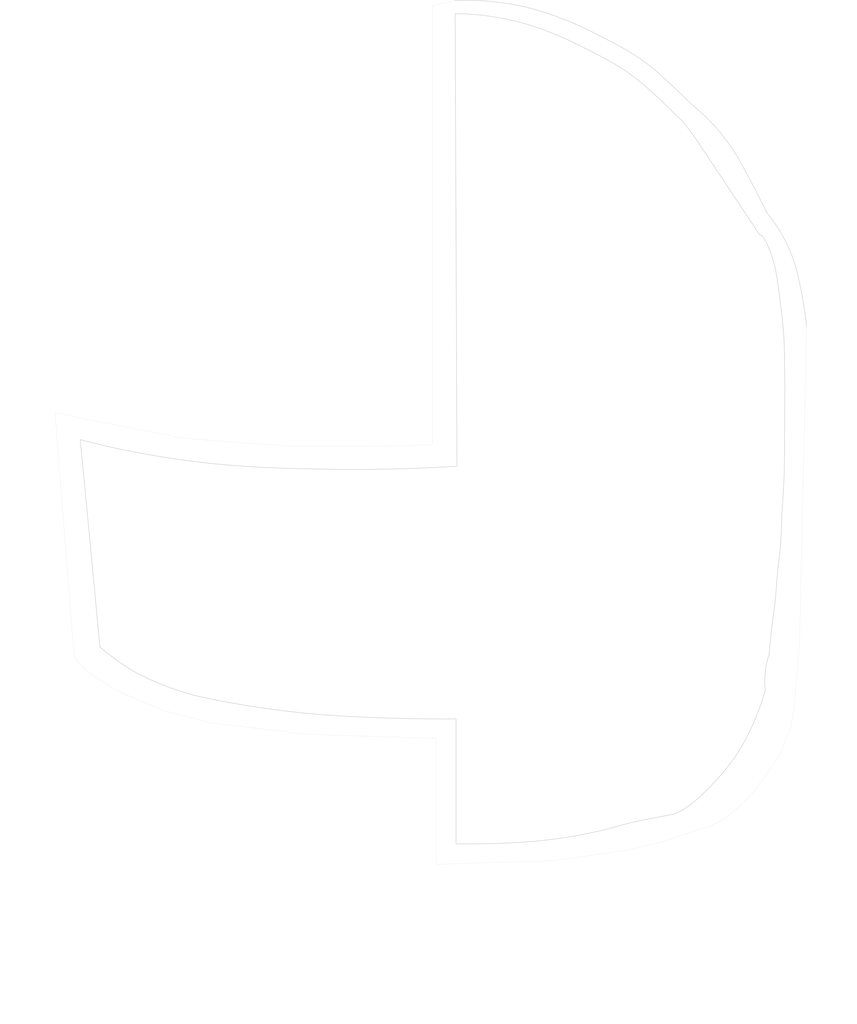
<source format=kicad_pcb>
(kicad_pcb (version 20211014) (generator pcbnew)

  (general
    (thickness 1.6)
  )

  (paper "A0")
  (layers
    (0 "F.Cu" signal)
    (31 "B.Cu" signal)
    (32 "B.Adhes" user "B.Adhesive")
    (33 "F.Adhes" user "F.Adhesive")
    (34 "B.Paste" user)
    (35 "F.Paste" user)
    (36 "B.SilkS" user "B.Silkscreen")
    (37 "F.SilkS" user "F.Silkscreen")
    (38 "B.Mask" user)
    (39 "F.Mask" user)
    (40 "Dwgs.User" user "User.Drawings")
    (41 "Cmts.User" user "User.Comments")
    (42 "Eco1.User" user "User.Eco1")
    (43 "Eco2.User" user "User.Eco2")
    (44 "Edge.Cuts" user)
    (45 "Margin" user)
    (46 "B.CrtYd" user "B.Courtyard")
    (47 "F.CrtYd" user "F.Courtyard")
    (48 "B.Fab" user)
    (49 "F.Fab" user)
  )

  (setup
    (pad_to_mask_clearance 0)
    (pcbplotparams
      (layerselection 0x00010fc_ffffffff)
      (disableapertmacros false)
      (usegerberextensions false)
      (usegerberattributes true)
      (usegerberadvancedattributes true)
      (creategerberjobfile true)
      (svguseinch false)
      (svgprecision 6)
      (excludeedgelayer true)
      (plotframeref false)
      (viasonmask false)
      (mode 1)
      (useauxorigin false)
      (hpglpennumber 1)
      (hpglpenspeed 20)
      (hpglpendiameter 15.000000)
      (dxfpolygonmode true)
      (dxfimperialunits true)
      (dxfusepcbnewfont true)
      (psnegative false)
      (psa4output false)
      (plotreference true)
      (plotvalue true)
      (plotinvisibletext false)
      (sketchpadsonfab false)
      (subtractmaskfromsilk false)
      (outputformat 1)
      (mirror false)
      (drillshape 1)
      (scaleselection 1)
      (outputdirectory "")
    )
  )

  (net 0 "")

  (gr_curve (pts (xy 274.151389 58.395834) (xy 266.746243 51.963899) (xy 260.214385 48.659332) (xy 252.279167 44.6375)) (layer "Dwgs.User") (width 0.2) (tstamp 0217dfc4-fc13-4699-99ad-d9948522648e))
  (gr_curve (pts (xy 315.602778 125.6) (xy 314.764027 123.055496) (xy 313.838286 121.015353) (xy 313.133334 119.602778)) (layer "Dwgs.User") (width 0.2) (tstamp 03caada9-9e22-4e2d-9035-b15433dfbb17))
  (gr_curve (pts (xy 319.836112 210.619445) (xy 320.151424 204.972675) (xy 320.159348 201.062653) (xy 320.188889 194.744445)) (layer "Dwgs.User") (width 0.2) (tstamp 0ff508fd-18da-4ab7-9844-3c8a28c2587e))
  (gr_curve (pts (xy 313.133334 284.35) (xy 312.934509 282.565032) (xy 312.840328 280.276649) (xy 313.133334 277.647223)) (layer "Dwgs.User") (width 0.2) (tstamp 12422a89-3d0c-485c-9386-f77121fd68fd))
  (gr_curve (pts (xy 296.2 316.1) (xy 304.850894 306.554222) (xy 308.676026 296.907783) (xy 310.663889 291.758334)) (layer "Dwgs.User") (width 0.2) (tstamp 13c0ff76-ed71-4cd9-abb0-92c376825d5d))
  (gr_curve (pts (xy 64.954167 264.065278) (xy 66.86992 266.011219) (xy 69.228454 268.212441) (xy 72.052765 270.479831)) (layer "Dwgs.User") (width 0.2) (tstamp 1a6d2848-e78e-49fe-8978-e1890f07836f))
  (gr_curve (pts (xy 313.133334 277.647223) (xy 313.416434 275.106766) (xy 313.981559 272.960472) (xy 314.544445 271.297223)) (layer "Dwgs.User") (width 0.2) (tstamp 1d9cdadc-9036-4a95-b6db-fa7b3b74c869))
  (gr_curve (pts (xy 200.136118 318.316661) (xy 200.138314 326.927526) (xy 200.11562 335.537251) (xy 200.068056 344.145834)) (layer "Dwgs.User") (width 0.2) (tstamp 1e8701fc-ad24-40ea-846a-e3db538d6077))
  (gr_curve (pts (xy 317.366667 133.008334) (xy 317.238208 132.177915) (xy 317.001659 130.714202) (xy 316.53416 128.829196)) (layer "Dwgs.User") (width 0.2) (tstamp 1f3003e6-dce5-420f-906b-3f1e92b67249))
  (gr_curve (pts (xy 299.375 88.558334) (xy 297.457331 85.195711) (xy 295.238819 81.640281) (xy 292.672223 77.975)) (layer "Dwgs.User") (width 0.2) (tstamp 24f7628d-681d-4f0e-8409-40a129e929d9))
  (gr_curve (pts (xy 315.602778 260.713889) (xy 316.093618 256.675247) (xy 316.252006 256.187034) (xy 316.661111 252.6)) (layer "Dwgs.User") (width 0.2) (tstamp 25d545dc-8f50-4573-922c-35ef5a2a3a19))
  (gr_curve (pts (xy 259.863889 337.619445) (xy 263.113002 336.688408) (xy 264.966851 336.157196) (xy 267.625 335.15)) (layer "Dwgs.User") (width 0.2) (tstamp 2f215f15-3d52-4c91-93e6-3ea03a95622f))
  (gr_curve (pts (xy 319.130556 222.613889) (xy 319.368612 216.867233) (xy 319.599347 214.859754) (xy 319.836112 210.619445)) (layer "Dwgs.User") (width 0.2) (tstamp 378af8b4-af3d-46e7-89ae-deff12ca9067))
  (gr_curve (pts (xy 152.443056 203.3875) (xy 133.228251 203.048008) (xy 114.127414 202.632906) (xy 89.648611 198.448612)) (layer "Dwgs.User") (width 0.2) (tstamp 3a7648d8-121a-4921-9b92-9b35b76ce39b))
  (gr_curve (pts (xy 252.279167 44.6375) (xy 246.512163 41.714584) (xy 235.629602 36.280614) (xy 222.645834 33.70139)) (layer "Dwgs.User") (width 0.2) (tstamp 3e903008-0276-4a73-8edb-5d9dfde6297c))
  (gr_curve (pts (xy 309.252778 111.488889) (xy 308.249696 108.452743) (xy 307.083875 105.266503) (xy 305.725 101.963889)) (layer "Dwgs.User") (width 0.2) (tstamp 40165eda-4ba6-4565-9bb4-b9df6dbb08da))
  (gr_curve (pts (xy 89.648611 198.448612) (xy 76.216744 196.152628) (xy 65.281968 193.423972) (xy 57.898611 191.393056)) (layer "Dwgs.User") (width 0.2) (tstamp 40976bf0-19de-460f-ad64-224d4f51e16b))
  (gr_curve (pts (xy 316.53416 128.829196) (xy 316.291754 127.851828) (xy 315.987595 126.76736) (xy 315.602778 125.6)) (layer "Dwgs.User") (width 0.2) (tstamp 45008225-f50f-4d6b-b508-6730a9408caf))
  (gr_curve (pts (xy 292.672223 77.975) (xy 290.900582 75.444955) (xy 289.125712 73.094829) (xy 287.380556 70.919445)) (layer "Dwgs.User") (width 0.2) (tstamp 4780a290-d25c-4459-9579-eba3f7678762))
  (gr_curve (pts (xy 200.068056 344.145834) (xy 218.938157 344.455634) (xy 233.65834 343.000985) (xy 241.926224 341.609899)) (layer "Dwgs.User") (width 0.2) (tstamp 61fe293f-6808-4b7f-9340-9aaac7054a97))
  (gr_curve (pts (xy 222.645834 33.70139) (xy 215.530441 32.287921) (xy 209.004246 31.974211) (xy 208.181945 31.937501)) (layer "Dwgs.User") (width 0.2) (tstamp 639c0e59-e95c-4114-bccd-2e7277505454))
  (gr_curve (pts (xy 316.661111 252.6) (xy 317.271066 247.251748) (xy 317.089552 246.840597) (xy 317.719445 240.605556)) (layer "Dwgs.User") (width 0.2) (tstamp 6475547d-3216-45a4-a15c-48314f1dd0f9))
  (gr_curve (pts (xy 318.777778 230.727778) (xy 318.994259 227.715193) (xy 318.960842 226.711034) (xy 319.130556 222.613889)) (layer "Dwgs.User") (width 0.2) (tstamp 6bfe5804-2ef9-4c65-b2a7-f01e4014370a))
  (gr_curve (pts (xy 320.0125 156.115278) (xy 320.0125 156.115246) (xy 319.582854 147.333482) (xy 317.366667 133.008334)) (layer "Dwgs.User") (width 0.2) (tstamp 75ffc65c-7132-4411-9f2a-ae0c73d79338))
  (gr_curve (pts (xy 208.181945 31.937501) (xy 204.825733 31.787671) (xy 201.94348 31.837804) (xy 199.715278 31.937501)) (layer "Dwgs.User") (width 0.2) (tstamp 7d34f6b1-ab31-49be-b011-c67fe67a8a56))
  (gr_curve (pts (xy 310.663889 291.758334) (xy 311.811192 288.786271) (xy 312.604684 286.22368) (xy 313.133334 284.35)) (layer "Dwgs.User") (width 0.2) (tstamp 7e023245-2c2b-4e2b-bfb9-5d35176e88f2))
  (gr_curve (pts (xy 57.898611 191.393056) (xy 60.25046 215.617126) (xy 62.602308 239.841197) (xy 64.954167 264.065278)) (layer "Dwgs.User") (width 0.2) (tstamp 8c514922-ffe1-4e37-a260-e807409f2e0d))
  (gr_curve (pts (xy 128.101389 290.523611) (xy 147.429753 293.351044) (xy 162.583522 293.986406) (xy 173.256945 294.404167)) (layer "Dwgs.User") (width 0.2) (tstamp 8c6a821f-8e19-48f3-8f44-9b340f7689bc))
  (gr_curve (pts (xy 313.133334 119.602778) (xy 312.991783 119.307361) (xy 312.770651 118.927475) (xy 312.427778 118.544445)) (layer "Dwgs.User") (width 0.2) (tstamp 8ca3e20d-bcc7-4c5e-9deb-562dfed9fecb))
  (gr_curve (pts (xy 241.926224 341.609899) (xy 249.412805 340.350264) (xy 258.502431 338.00958) (xy 259.863889 337.619445)) (layer "Dwgs.User") (width 0.2) (tstamp 8da933a9-35f8-42e6-8504-d1bab7264306))
  (gr_curve (pts (xy 173.256945 294.404167) (xy 180.094146 294.671765) (xy 189.230862 294.893112) (xy 200.068056 294.756945)) (layer "Dwgs.User") (width 0.2) (tstamp 8e06ba1f-e3ba-4eb9-a10e-887dffd566d6))
  (gr_curve (pts (xy 200.420834 202.329167) (xy 181.277127 203.506055) (xy 164.967722 203.608794) (xy 152.443056 203.3875)) (layer "Dwgs.User") (width 0.2) (tstamp a15a7506-eae4-4933-84da-9ad754258706))
  (gr_curve (pts (xy 305.725 101.963889) (xy 303.69403 97.027789) (xy 301.530381 92.557169) (xy 299.375 88.558334)) (layer "Dwgs.User") (width 0.2) (tstamp a27eb049-c992-4f11-a026-1e6a8d9d0160))
  (gr_curve (pts (xy 106.229167 286.643056) (xy 111.472279 287.739737) (xy 118.991308 289.190962) (xy 128.101389 290.523611)) (layer "Dwgs.User") (width 0.2) (tstamp a544eb0a-75db-4baf-bf54-9ca21744343b))
  (gr_curve (pts (xy 287.380556 70.919445) (xy 287.38047 70.919364) (xy 287.38047 70.919326) (xy 287.38047 70.919326)) (layer "Dwgs.User") (width 0.2) (tstamp aca4de92-9c41-4c2b-9afa-540d02dafa1c))
  (gr_curve (pts (xy 287.38047 70.919326) (xy 287.38047 70.919326) (xy 287.491746 71.091799) (xy 287.486794 71.096856)) (layer "Dwgs.User") (width 0.2) (tstamp babeabf2-f3b0-4ed5-8d9e-0215947e6cf3))
  (gr_curve (pts (xy 200.068056 294.756945) (xy 200.111421 302.609136) (xy 200.134116 310.462382) (xy 200.136118 318.316661)) (layer "Dwgs.User") (width 0.2) (tstamp bd5408e4-362d-4e43-9d39-78fb99eb52c8))
  (gr_curve (pts (xy 287.486794 71.096856) (xy 287.449415 71.135132) (xy 279.404729 62.958758) (xy 274.151389 58.395834)) (layer "Dwgs.User") (width 0.2) (tstamp c0eca5ed-bc5e-4618-9bcd-80945bea41ed))
  (gr_curve (pts (xy 314.544445 271.297223) (xy 314.731212 268.904001) (xy 315.054147 265.228084) (xy 315.602778 260.713889)) (layer "Dwgs.User") (width 0.2) (tstamp c25a772d-af9c-4ebc-96f6-0966738c13a8))
  (gr_curve (pts (xy 311.016667 117.486111) (xy 310.428718 115.487036) (xy 309.840727 113.487965) (xy 309.252778 111.488889)) (layer "Dwgs.User") (width 0.2) (tstamp c43663ee-9a0d-4f27-a292-89ba89964065))
  (gr_curve (pts (xy 267.625 335.15) (xy 272.474188 333.31258) (xy 285.078199 328.372335) (xy 296.2 316.1)) (layer "Dwgs.User") (width 0.2) (tstamp c830e3bc-dc64-4f65-8f47-3b106bae2807))
  (gr_curve (pts (xy 312.427778 118.544445) (xy 311.921521 117.978889) (xy 311.375904 117.659055) (xy 311.016667 117.486111)) (layer "Dwgs.User") (width 0.2) (tstamp c8c79177-94d4-43e2-a654-f0a5554fbb68))
  (gr_curve (pts (xy 199.715278 31.937501) (xy 199.950471 88.734723) (xy 200.185641 145.531945) (xy 200.420834 202.329167)) (layer "Dwgs.User") (width 0.2) (tstamp d3c11c8f-a73d-4211-934b-a6da255728ad))
  (gr_curve (pts (xy 320.235441 165.232809) (xy 320.160855 160.667574) (xy 320.123562 158.384961) (xy 320.0125 156.115278)) (layer "Dwgs.User") (width 0.2) (tstamp d5641ac9-9be7-46bf-90b3-6c83d852b5ba))
  (gr_curve (pts (xy 320.188889 194.744445) (xy 320.239403 183.937708) (xy 320.411873 176.029491) (xy 320.235441 165.232809)) (layer "Dwgs.User") (width 0.2) (tstamp d7269d2a-b8c0-422d-8f25-f79ea31bf75e))
  (gr_curve (pts (xy 80.476389 276.4125) (xy 91.442839 283.14749) (xy 106.229124 286.643056) (xy 106.229167 286.643056)) (layer "Dwgs.User") (width 0.2) (tstamp df68c26a-03b5-4466-aecf-ba34b7dce6b7))
  (gr_curve (pts (xy 317.719445 240.605556) (xy 318.280866 235.048143) (xy 318.490113 234.730936) (xy 318.777778 230.727778)) (layer "Dwgs.User") (width 0.2) (tstamp e21aa84b-970e-47cf-b64f-3b55ee0e1b51))
  (gr_curve (pts (xy 72.052765 270.479831) (xy 72.052786 270.479852) (xy 76.087897 273.717338) (xy 80.476389 276.4125)) (layer "Dwgs.User") (width 0.2) (tstamp e8c50f1b-c316-4110-9cce-5c24c65a1eaa))
  (gr_curve (pts (xy 37.180555 254.620833) (xy 35.252002 251.699048) (xy 34.820719 248.787662) (xy 34.711111 247.2125)) (layer "Cmts.User") (width 0.2) (tstamp 0088d107-13d8-496c-8da6-7bbeb9d096b0))
  (gr_curve (pts (xy 313.052778 284.430555) (xy 312.853953 282.645587) (xy 312.759772 280.357204) (xy 313.052778 277.727778)) (layer "Cmts.User") (width 0.2) (tstamp 0147f16a-c952-4891-8f53-a9fb8cddeb8d))
  (gr_curve (pts (xy 173 294.484722) (xy 183.861912 294.888035) (xy 193.031723 294.911957) (xy 199.811111 294.8375)) (layer "Cmts.User") (width 0.2) (tstamp 03d88a85-11fd-47aa-954c-c318bb15294a))
  (gr_curve (pts (xy 69.636111 141.379166) (xy 70.300239 140.298591) (xy 70.574318 139.341037) (xy 70.694444 138.909722)) (layer "Cmts.User") (width 0.2) (tstamp 0867287d-2e6a-4d69-a366-c29f88198f2b))
  (gr_curve (pts (xy 299.294444 88.638889) (xy 297.376775 85.276266) (xy 295.158263 81.720836) (xy 292.591666 78.055555)) (layer "Cmts.User") (width 0.2) (tstamp 0a3cc030-c9dd-4d74-9d50-715ed2b361a2))
  (gr_curve (pts (xy 313.052778 119.683333) (xy 312.911227 119.387916) (xy 312.690095 119.00803) (xy 312.347222 118.625)) (layer "Cmts.User") (width 0.2) (tstamp 0d0bb7b2-a6e5-46d2-9492-a1aa6e5a7b2f))
  (gr_curve (pts (xy 199.458333 32.018056) (xy 199.693526 88.815278) (xy 199.928696 145.6125) (xy 200.163889 202.409722)) (layer "Cmts.User") (width 0.2) (tstamp 0dcdf1b8-13c6-48b4-bd94-5d26038ff231))
  (gr_curve (pts (xy 79.161111 286.018055) (xy 76.010205 284.594197) (xy 72.378385 282.659626) (xy 68.577778 280.020833)) (layer "Cmts.User") (width 0.2) (tstamp 0f41a909-27c4-4be2-9d5e-9ae2108c8ff5))
  (gr_curve (pts (xy 331.044444 305.597222) (xy 329.709943 313.089271) (xy 328.599331 319.223587) (xy 327.869444 323.236111)) (layer "Cmts.User") (width 0.2) (tstamp 10109f84-4940-47f8-8640-91f185ac9bc1))
  (gr_curve (pts (xy 80.219444 276.493055) (xy 91.185894 283.228045) (xy 105.972179 286.723611) (xy 105.972222 286.723611)) (layer "Cmts.User") (width 0.2) (tstamp 120a7b0f-ddfd-4447-85c1-35665465acdb))
  (gr_curve (pts (xy 42.119444 185.829167) (xy 42.496499 185.127401) (xy 43.020961 184.269959) (xy 44.588889 182.301389)) (layer "Cmts.User") (width 0.2) (tstamp 128e34ce-eee7-477d-b905-a493e98db783))
  (gr_curve (pts (xy 200.163889 202.409722) (xy 181.020182 203.58661) (xy 164.710777 203.689349) (xy 152.186111 203.468055)) (layer "Cmts.User") (width 0.2) (tstamp 13475e15-f37c-4de8-857e-1722b0c39513))
  (gr_curve (pts (xy 313.052778 277.727778) (xy 313.335878 275.187321) (xy 313.901003 273.041027) (xy 314.463889 271.377778)) (layer "Cmts.User") (width 0.2) (tstamp 13abf99d-5265-4779-8973-e94370fd18ff))
  (gr_curve (pts (xy 309.172222 111.569444) (xy 308.169139 108.533298) (xy 307.003319 105.347058) (xy 305.644444 102.044444)) (layer "Cmts.User") (width 0.2) (tstamp 15875808-74d5-4210-b8ca-aa8fbc04ae21))
  (gr_curve (pts (xy 319.931944 156.195833) (xy 319.931944 156.195801) (xy 319.502298 147.414037) (xy 317.286111 133.088889)) (layer "Cmts.User") (width 0.2) (tstamp 1860e030-7a36-4298-b7fc-a16d48ab15ba))
  (gr_curve (pts (xy 134.9 291.6625) (xy 150.214849 293.611024) (xy 162.169481 294.082593) (xy 173 294.484722)) (layer "Cmts.User") (width 0.2) (tstamp 1a2f72d1-0b36-4610-afc4-4ad1660d5d3b))
  (gr_curve (pts (xy 32.947222 227.456944) (xy 32.806081 219.937776) (xy 33.279954 213.173525) (xy 34.005555 207.348611)) (layer "Cmts.User") (width 0.2) (tstamp 1b54105e-6590-4d26-a763-ecfcf81eedc4))
  (gr_curve (pts (xy 327.163889 325.352778) (xy 326.352784 326.311139) (xy 325.241052 326.399032) (xy 325.047222 326.411111)) (layer "Cmts.User") (width 0.2) (tstamp 1e1b062d-fad0-427c-a622-c5b8a80b5268))
  (gr_curve (pts (xy 168.413889 405.9625) (xy 164.63225 405.386092) (xy 160.325429 404.415394) (xy 155.713889 402.7875)) (layer "Cmts.User") (width 0.2) (tstamp 23bb2798-d93a-4696-a962-c305c4298a0c))
  (gr_curve (pts (xy 199.811111 344.226389) (xy 199.728773 364.921034) (xy 199.728773 385.617316) (xy 199.811111 406.315278)) (layer "Cmts.User") (width 0.2) (tstamp 2732632c-4768-42b6-bf7f-14643424019e))
  (gr_curve (pts (xy 300.705555 85.816666) (xy 301.835547 87.464472) (xy 303.291056 89.716332) (xy 307.055555 96.752778)) (layer "Cmts.User") (width 0.2) (tstamp 2e642b3e-a476-4c54-9a52-dcea955640cd))
  (gr_curve (pts (xy 337.394444 268.908333) (xy 335.332382 281.524014) (xy 333.463289 292.017388) (xy 331.044444 305.597222)) (layer "Cmts.User") (width 0.2) (tstamp 30f15357-ce1d-48b9-93dc-7d9b1b2aa048))
  (gr_curve (pts (xy 70.694444 138.909722) (xy 71.603627 135.645053) (xy 72.058207 134.012723) (xy 72.256278 132.268375)) (layer "Cmts.User") (width 0.2) (tstamp 3172f2e2-18d2-4a80-ae30-5707b3409798))
  (gr_curve (pts (xy 316.453604 128.909751) (xy 316.211198 127.932383) (xy 315.907039 126.847915) (xy 315.522222 125.680555)) (layer "Cmts.User") (width 0.2) (tstamp 32667662-ae86-4904-b198-3e95f11851bf))
  (gr_curve (pts (xy 68.577778 280.020833) (xy 65.842587 278.121767) (xy 63.499599 276.190985) (xy 61.522222 274.376389)) (layer "Cmts.User") (width 0.2) (tstamp 35354519-a28c-40c4-befd-0943e98dea53))
  (gr_curve (pts (xy 44.588889 182.301389) (xy 45.877408 180.683626) (xy 47.745942 178.472004) (xy 50.233333 175.951389)) (layer "Cmts.User") (width 0.2) (tstamp 38f2d955-ea7a-4a21-aba6-02ae23f1bd4a))
  (gr_curve (pts (xy 341.980555 238.922222) (xy 340.627365 249.129157) (xy 339.407844 256.590265) (xy 337.394444 268.908333)) (layer "Cmts.User") (width 0.2) (tstamp 3b838d52-596d-4e4d-a6ac-e4c8e7621137))
  (gr_curve (pts (xy 310.583333 291.838889) (xy 311.730636 288.866826) (xy 312.524128 286.304235) (xy 313.052778 284.430555)) (layer "Cmts.User") (width 0.2) (tstamp 3dcc657b-55a1-48e0-9667-e01e7b6b08b5))
  (gr_curve (pts (xy 319.402778 328.175) (xy 317.299288 328.75201) (xy 315.292822 329.214428) (xy 313.405555 329.586111)) (layer "Cmts.User") (width 0.2) (tstamp 3f5fe6b7-98fc-4d3e-9567-f9f7202d1455))
  (gr_curve (pts (xy 34.711111 247.2125) (xy 33.791798 241.491316) (xy 33.086027 234.851626) (xy 32.947222 227.456944)) (layer "Cmts.User") (width 0.2) (tstamp 417f13e4-c121-485a-a6b5-8b55e70350b8))
  (gr_curve (pts (xy 341.980555 160.252778) (xy 343.778034 162.36489) (xy 344.363356 164.615313) (xy 345.155555 167.661111)) (layer "Cmts.User") (width 0.2) (tstamp 44d8279a-9cd1-4db6-856f-0363131605fc))
  (gr_curve (pts (xy 94.330555 336.1125) (xy 91.226158 331.551624) (xy 90.173014 329.764007) (xy 89.391666 328.351389)) (layer "Cmts.User") (width 0.2) (tstamp 46918595-4a45-48e8-84c0-961b4db7f35f))
  (gr_curve (pts (xy 307.055555 96.752778) (xy 308.840459 100.089051) (xy 311.14863 104.50871) (xy 313.758333 109.805555)) (layer "Cmts.User") (width 0.2) (tstamp 47baf4b1-0938-497d-88f9-671136aa8be7))
  (gr_curve (pts (xy 57.641666 191.473611) (xy 59.993515 215.697681) (xy 62.345363 239.921752) (xy 64.697222 264.145833)) (layer "Cmts.User") (width 0.2) (tstamp 48f827a8-6e22-4a2e-abdc-c2a03098d883))
  (gr_curve (pts (xy 319.755555 210.7) (xy 320.070868 205.05323) (xy 320.078791 201.143208) (xy 320.108333 194.825)) (layer "Cmts.User") (width 0.2) (tstamp 4e3d7c0d-12e3-42f2-b944-e4bcdbbcac2a))
  (gr_curve (pts (xy 328.222222 151.433333) (xy 331.258385 153.426988) (xy 333.814559 154.962823) (xy 335.630555 156.019444)) (layer "Cmts.User") (width 0.2) (tstamp 4fb02e58-160a-4a39-9f22-d0c75e82ee72))
  (gr_curve (pts (xy 321.166666 121.447222) (xy 322.610764 124.505821) (xy 323.622417 127.380753) (xy 324.341666 129.913889)) (layer "Cmts.User") (width 0.2) (tstamp 5038e144-5119-49db-b6cf-f7c345f1cf03))
  (gr_curve (pts (xy 201.575 344.402778) (xy 217.32546 344.359822) (xy 237.187598 344.174755) (xy 259.783333 337.7)) (layer "Cmts.User") (width 0.2) (tstamp 51c4dc0a-5b9f-4edf-a83f-4a12881e42ef))
  (gr_curve (pts (xy 287.3 71) (xy 289.204578 72.579283) (xy 291.535486 74.682546) (xy 294.002778 77.35)) (layer "Cmts.User") (width 0.2) (tstamp 54365317-1355-4216-bb75-829375abc4ec))
  (gr_curve (pts (xy 325.752778 135.911111) (xy 326.919502 141.373374) (xy 327.708558 146.57) (xy 328.222222 151.433333)) (layer "Cmts.User") (width 0.2) (tstamp 55e740a3-0735-4744-896e-2bf5437093b9))
  (gr_curve (pts (xy 64.697222 264.145833) (xy 66.612975 266.091774) (xy 68.971509 268.292996) (xy 71.79582 270.560386)) (layer "Cmts.User") (width 0.2) (tstamp 58dc14f9-c158-4824-a84e-24a6a482a7a4))
  (gr_curve (pts (xy 267.544444 335.230555) (xy 272.393631 333.393135) (xy 284.997643 328.45289) (xy 296.119444 316.180555)) (layer "Cmts.User") (width 0.2) (tstamp 5b2b5c7d-f943-4634-9f0a-e9561705c49d))
  (gr_curve (pts (xy 310.583333 341.933333) (xy 310.428304 343.385032) (xy 310.063856 345.368696) (xy 309.172222 347.577778)) (layer "Cmts.User") (width 0.2) (tstamp 5cbb5968-dbb5-4b84-864a-ead1cacf75b9))
  (gr_curve (pts (xy 294.002778 77.35) (xy 294.917149 78.33857) (xy 297.622152 81.320236) (xy 300.705555 85.816666)) (layer "Cmts.User") (width 0.2) (tstamp 62c076a3-d618-44a2-9042-9a08b3576787))
  (gr_curve (pts (xy 55.877778 275.081944) (xy 54.620393 275.141846) (xy 53.44034 275.133836) (xy 52.35 275.081944)) (layer "Cmts.User") (width 0.2) (tstamp 632acde9-b7fd-4f04-8cb4-d2cbb06b3595))
  (gr_curve (pts (xy 313.758333 109.805555) (xy 316.121023 112.659306) (xy 318.841313 116.522151) (xy 321.166666 121.447222)) (layer "Cmts.User") (width 0.2) (tstamp 66116376-6967-4178-9f23-a26cdeafc400))
  (gr_curve (pts (xy 40.143467 192.291186) (xy 40.313784 190.719178) (xy 40.766039 188.348113) (xy 42.119444 185.829167)) (layer "Cmts.User") (width 0.2) (tstamp 67621f9e-0a6a-4778-ad69-04dcf300659c))
  (gr_curve (pts (xy 315.522222 125.680555) (xy 314.68347 123.136051) (xy 313.75773 121.095908) (xy 313.052778 119.683333)) (layer "Cmts.User") (width 0.2) (tstamp 67f6e996-3c99-493c-8f6f-e739e2ed5d7a))
  (gr_curve (pts (xy 53.761111 167.484722) (xy 55.604958 163.34488) (xy 56.78317 160.699542) (xy 58.7 157.254166)) (layer "Cmts.User") (width 0.2) (tstamp 68e09be7-3bbc-4443-a838-209ce20b2bef))
  (gr_curve (pts (xy 318.697222 230.808333) (xy 318.913703 227.795748) (xy 318.880286 226.791589) (xy 319.05 222.694444)) (layer "Cmts.User") (width 0.2) (tstamp 6a44418c-7bb4-4e99-8836-57f153c19721))
  (gr_curve (pts (xy 82.688889 306.126389) (xy 81.443767 299.35064) (xy 80.269054 292.646936) (xy 79.161111 286.018055)) (layer "Cmts.User") (width 0.2) (tstamp 6a780180-586a-4241-a52d-dc7a5ffcc966))
  (gr_curve (pts (xy 268.602778 393.086111) (xy 257.875956 400.515976) (xy 247.403339 402.788533) (xy 241.438889 404.022222)) (layer "Cmts.User") (width 0.2) (tstamp 6a955fc7-39d9-4c75-9a69-676ca8c0b9b2))
  (gr_curve (pts (xy 68.225 143.143055) (xy 68.40324 142.965956) (xy 69.034985 142.357208) (xy 69.636111 141.379166)) (layer "Cmts.User") (width 0.2) (tstamp 6b25f522-8e2d-4cd8-9d5d-a2b80f60133b))
  (gr_curve (pts (xy 144.072222 393.968055) (xy 139.860464 389.494384) (xy 133.81262 383.014331) (xy 123.258333 371.390278)) (layer "Cmts.User") (width 0.2) (tstamp 6e105729-aba0-497c-a99e-c32d2b3ddb6d))
  (gr_curve (pts (xy 199.811111 294.8375) (xy 199.874845 300.736451) (xy 199.946719 309.531241) (xy 199.943446 320.22809)) (layer "Cmts.User") (width 0.2) (tstamp 712d6a7d-2b62-464f-b745-fd2a6b0187f6))
  (gr_curve (pts (xy 306.35 352.516667) (xy 303.179952 358.436223) (xy 298.460257 365.836547) (xy 291.533333 373.330555)) (layer "Cmts.User") (width 0.2) (tstamp 71c31975-2c45-4d18-a25a-18e07a55d11e))
  (gr_curve (pts (xy 276.363889 386.736111) (xy 274.658954 388.375309) (xy 272.05528 390.694763) (xy 268.602778 393.086111)) (layer "Cmts.User") (width 0.2) (tstamp 746ba970-8279-4e7b-aed3-f28687777c21))
  (gr_curve (pts (xy 199.811111 344.402778) (xy 200.107475 344.403617) (xy 200.757457 344.405017) (xy 201.575 344.402778)) (layer "Cmts.User") (width 0.2) (tstamp 749dfe75-c0d6-4872-9330-29c5bbcb8ff8))
  (gr_curve (pts (xy 43.177778 264.145833) (xy 41.83025 261.906069) (xy 40.798638 259.754219) (xy 40.002778 257.795833)) (layer "Cmts.User") (width 0.2) (tstamp 75286985-9fa5-4d30-89c5-493b6e63cd66))
  (gr_curve (pts (xy 312.347222 335.936111) (xy 311.832266 338.170772) (xy 311.215853 340.176657) (xy 310.583333 341.933333)) (layer "Cmts.User") (width 0.2) (tstamp 77ed3941-d133-4aef-a9af-5a39322d14eb))
  (gr_curve (pts (xy 102.091667 347.048611) (xy 98.886177 342.805481) (xy 95.628538 338.019468) (xy 94.330555 336.1125)) (layer "Cmts.User") (width 0.2) (tstamp 78cbdd6c-4878-4cc5-9a58-0e506478e37d))
  (gr_curve (pts (xy 37.533333 195.354166) (xy 38.372946 194.129704) (xy 39.275679 193.118741) (xy 40.143467 192.291186)) (layer "Cmts.User") (width 0.2) (tstamp 78f88cf6-751c-4e9b-ae75-fb8b6d44ff39))
  (gr_curve (pts (xy 319.05 222.694444) (xy 319.288056 216.947788) (xy 319.518791 214.940309) (xy 319.755555 210.7)) (layer "Cmts.User") (width 0.2) (tstamp 81bbc3ff-3938-49ac-8297-ce2bcc9a42bd))
  (gr_curve (pts (xy 305.644444 102.044444) (xy 303.613474 97.108344) (xy 301.449825 92.637724) (xy 299.294444 88.638889)) (layer "Cmts.User") (width 0.2) (tstamp 8322f275-268c-4e87-a69f-4cfbf05e747f))
  (gr_curve (pts (xy 259.783333 337.7) (xy 263.032446 336.768963) (xy 264.886295 336.237751) (xy 267.544444 335.230555)) (layer "Cmts.User") (width 0.2) (tstamp 842e430f-0c35-45f3-a0b5-95ae7b7ae388))
  (gr_curve (pts (xy 199.943446 320.22809) (xy 199.939742 332.30483) (xy 199.823169 341.195028) (xy 199.811111 344.226389)) (layer "Cmts.User") (width 0.2) (tstamp 854dd5d4-5fd2-4730-bd49-a9cd8299a065))
  (gr_curve (pts (xy 346.213889 175.069444) (xy 346.46172 179.072258) (xy 346.594787 183.31317) (xy 346.566667 187.769444)) (layer "Cmts.User") (width 0.2) (tstamp 87371631-aa02-498a-998a-09bdb74784c1))
  (gr_curve (pts (xy 71.79582 270.560386) (xy 71.795841 270.560407) (xy 75.830952 273.797893) (xy 80.219444 276.493055)) (layer "Cmts.User") (width 0.2) (tstamp 8d55e186-3e11-40e8-a65e-b36a8a00069e))
  (gr_curve (pts (xy 155.713889 402.7875) (xy 153.825976 402.121046) (xy 152.061592 401.406081) (xy 150.422222 400.670833)) (layer "Cmts.User") (width 0.2) (tstamp 94c158d1-8503-4553-b511-bf42f506c2a8))
  (gr_curve (pts (xy 199.811111 406.315278) (xy 189.383065 406.198101) (xy 178.889627 406.080236) (xy 168.413889 405.9625)) (layer "Cmts.User") (width 0.2) (tstamp 983c426c-24e0-4c65-ab69-1f1824adc5c6))
  (gr_curve (pts (xy 104.561111 74.351389) (xy 109.90383 69.262434) (xy 114.890046 65.888784) (xy 120.083333 62.709722)) (layer "Cmts.User") (width 0.2) (tstamp 98e81e80-1f85-4152-be3f-99785ea97751))
  (gr_curve (pts (xy 94.683333 85.640278) (xy 97.242329 82.294256) (xy 100.07086 78.628356) (xy 104.561111 74.351389)) (layer "Cmts.User") (width 0.2) (tstamp 9c8ccb2a-b1e9-4f2c-94fe-301b5975277e))
  (gr_curve (pts (xy 123.258333 371.390278) (xy 108.691716 355.347222) (xy 105.173197 351.127669) (xy 102.091667 347.048611)) (layer "Cmts.User") (width 0.2) (tstamp 9ccf03e8-755a-4cd9-96fc-30e1d08fa253))
  (gr_curve (pts (xy 50.233333 175.951389) (xy 51.076649 173.779848) (xy 52.252159 170.87264) (xy 53.761111 167.484722)) (layer "Cmts.User") (width 0.2) (tstamp 9dab0cb7-2557-4419-963b-5ae736517f62))
  (gr_curve (pts (xy 72.256278 132.268375) (xy 72.768586 127.756844) (xy 75.943672 119.800186) (xy 77.75 115.273611)) (layer "Cmts.User") (width 0.2) (tstamp a03e565f-d8cd-4032-aae3-b7327d4143dd))
  (gr_curve (pts (xy 317.638889 240.686111) (xy 318.20031 235.128698) (xy 318.409557 234.811491) (xy 318.697222 230.808333)) (layer "Cmts.User") (width 0.2) (tstamp a05d7640-f2f6-4ba7-8c51-5a4af431fc13))
  (gr_curve (pts (xy 320.108333 194.825) (xy 320.158847 184.018263) (xy 320.331317 176.110046) (xy 320.154885 165.313364)) (layer "Cmts.User") (width 0.2) (tstamp a7520ad3-0f8b-4788-92d4-8ffb277041e6))
  (gr_curve (pts (xy 89.391666 328.351389) (xy 87.347218 324.65521) (xy 86.001542 321.425692) (xy 85.158333 319.179167)) (layer "Cmts.User") (width 0.2) (tstamp a795f1ba-cdd5-4cc5-9a52-08586e982934))
  (gr_curve (pts (xy 312.347222 118.625) (xy 311.840965 118.059444) (xy 311.295348 117.73961) (xy 310.936111 117.566666)) (layer "Cmts.User") (width 0.2) (tstamp aa02e544-13f5-4cf8-a5f4-3e6cda006090))
  (gr_curve (pts (xy 346.566667 187.769444) (xy 346.524249 194.489738) (xy 346.121302 200.745117) (xy 345.508333 206.466667)) (layer "Cmts.User") (width 0.2) (tstamp ac264c30-3e9a-4be2-b97a-9949b68bd497))
  (gr_curve (pts (xy 324.341666 129.913889) (xy 324.839655 131.850151) (xy 325.312451 133.849684) (xy 325.752778 135.911111)) (layer "Cmts.User") (width 0.2) (tstamp afb8e687-4a13-41a1-b8c0-89a749e897fe))
  (gr_curve (pts (xy 52.35 275.081944) (xy 49.548459 272.629467) (xy 46.134865 269.060886) (xy 43.177778 264.145833)) (layer "Cmts.User") (width 0.2) (tstamp afd3dbad-e7a8-4e4c-b77c-4065a69aefa2))
  (gr_curve (pts (xy 317.286111 133.088889) (xy 317.157652 132.25847) (xy 316.921103 130.794757) (xy 316.453604 128.909751)) (layer "Cmts.User") (width 0.2) (tstamp b1169a2d-8998-4b50-a48d-c520bcc1b8e1))
  (gr_curve (pts (xy 152.186111 203.468055) (xy 132.971306 203.128563) (xy 113.870469 202.713461) (xy 89.391666 198.529167)) (layer "Cmts.User") (width 0.2) (tstamp b3d08afa-f296-4e3b-8825-73b6331d35bf))
  (gr_curve (pts (xy 314.463889 271.377778) (xy 314.650656 268.984556) (xy 314.973591 265.308639) (xy 315.522222 260.794444)) (layer "Cmts.User") (width 0.2) (tstamp b6270a28-e0d9-4655-a18a-03dbf007b940))
  (gr_curve (pts (xy 167.002778 40.484723) (xy 175.235802 37.702793) (xy 186.205912 34.501217) (xy 199.458333 32.018056)) (layer "Cmts.User") (width 0.2) (tstamp b635b16e-60bb-4b3e-9fc3-47d34eef8381))
  (gr_curve (pts (xy 199.811111 406.138889) (xy 199.811111 385.560192) (xy 199.811111 364.981474) (xy 199.811111 344.402778)) (layer "Cmts.User") (width 0.2) (tstamp bb7f0588-d4d8-44bf-9ebf-3c533fe4d6ae))
  (gr_curve (pts (xy 345.508333 206.466667) (xy 344.836927 214.399989) (xy 343.751765 225.562077) (xy 341.980555 238.922222)) (layer "Cmts.User") (width 0.2) (tstamp c022004a-c968-410e-b59e-fbab0e561e9d))
  (gr_curve (pts (xy 58.7 157.254166) (xy 61.961558 151.391744) (xy 66.381486 144.974705) (xy 68.225 143.143055)) (layer "Cmts.User") (width 0.2) (tstamp c19dbe3c-ced0-48f7-a91d-777569cfb936))
  (gr_curve (pts (xy 150.422222 400.670833) (xy 148.861077 399.033293) (xy 146.673807 396.73141) (xy 144.072222 393.968055)) (layer "Cmts.User") (width 0.2) (tstamp c1d83899-e380-49f9-a87d-8e78bc089ebf))
  (gr_curve (pts (xy 40.002778 257.795833) (xy 39.138758 257.063987) (xy 38.109202 256.027767) (xy 37.180555 254.620833)) (layer "Cmts.User") (width 0.2) (tstamp c201e1b2-fc01-4110-bdaa-a33290468c83))
  (gr_curve (pts (xy 315.522222 260.794444) (xy 316.013062 256.755802) (xy 316.17145 256.267589) (xy 316.580555 252.680555)) (layer "Cmts.User") (width 0.2) (tstamp c70d9ef3-bfeb-47e0-a1e1-9aeba3da7864))
  (gr_curve (pts (xy 85.158333 319.179167) (xy 84.319194 314.867673) (xy 83.495644 310.516625) (xy 82.688889 306.126389)) (layer "Cmts.User") (width 0.2) (tstamp c801d42e-dd94-493e-bd2f-6c3ddad43f55))
  (gr_curve (pts (xy 292.591666 78.055555) (xy 290.820026 75.52551) (xy 289.045156 73.175384) (xy 287.3 71)) (layer "Cmts.User") (width 0.2) (tstamp cbdcaa78-3bbc-413f-91bf-2709119373ce))
  (gr_curve (pts (xy 77.75 115.273611) (xy 79.630462 110.561226) (xy 84.752996 98.624665) (xy 94.683333 85.640278)) (layer "Cmts.User") (width 0.2) (tstamp cef6f603-8a0b-4dd0-af99-ebfbef7d1b4b))
  (gr_curve (pts (xy 320.154885 165.313364) (xy 320.080299 160.748129) (xy 320.043006 158.465516) (xy 319.931944 156.195833)) (layer "Cmts.User") (width 0.2) (tstamp d1262c4d-2245-4c4f-8f35-7bb32cd9e21e))
  (gr_curve (pts (xy 316.580555 252.680555) (xy 317.19051 247.332303) (xy 317.008996 246.921152) (xy 317.638889 240.686111)) (layer "Cmts.User") (width 0.2) (tstamp d22e95aa-f3db-4fbc-a331-048a2523233e))
  (gr_curve (pts (xy 313.405555 329.586111) (xy 313.206989 331.491766) (xy 312.878973 333.628672) (xy 312.347222 335.936111)) (layer "Cmts.User") (width 0.2) (tstamp d8603679-3e7b-4337-8dbc-1827f5f54d8a))
  (gr_curve (pts (xy 327.869444 323.236111) (xy 327.881674 323.454875) (xy 327.914532 324.465859) (xy 327.163889 325.352778)) (layer "Cmts.User") (width 0.2) (tstamp da469d11-a8a4-414b-9449-d151eeaf4853))
  (gr_curve (pts (xy 34.005555 207.348611) (xy 34.000592 204.78419) (xy 34.391751 199.935756) (xy 37.533333 195.354166)) (layer "Cmts.User") (width 0.2) (tstamp dabe541b-b164-4180-97a4-5ca761b86800))
  (gr_curve (pts (xy 296.119444 316.180555) (xy 304.770337 306.634777) (xy 308.59547 296.988338) (xy 310.583333 291.838889)) (layer "Cmts.User") (width 0.2) (tstamp dd00c2e1-6027-4717-b312-4fab3ee52002))
  (gr_curve (pts (xy 120.083333 62.709722) (xy 143.628688 48.296476) (xy 167.002735 40.484734) (xy 167.002778 40.484723)) (layer "Cmts.User") (width 0.2) (tstamp dde3dba8-1b81-466c-93a3-c284ff4da1ef))
  (gr_curve (pts (xy 241.438889 404.022222) (xy 237.817426 404.771315) (xy 232.765602 405.575616) (xy 226.622222 405.786111)) (layer "Cmts.User") (width 0.2) (tstamp e10b5627-3247-4c86-b9f6-ef474ca11543))
  (gr_curve (pts (xy 61.522222 274.376389) (xy 59.879407 274.710929) (xy 57.98469 274.981563) (xy 55.877778 275.081944)) (layer "Cmts.User") (width 0.2) (tstamp e12e827e-36be-4503-8eef-6fc7e8bc5d49))
  (gr_curve (pts (xy 309.172222 347.577778) (xy 308.303972 349.729003) (xy 307.2257 351.375737) (xy 306.35 352.516667)) (layer "Cmts.User") (width 0.2) (tstamp e615f7aa-337e-474d-9615-2ad82b1c44ca))
  (gr_curve (pts (xy 226.622222 405.786111) (xy 224.310606 405.932226) (xy 221.958381 406.050823) (xy 219.566667 406.138889)) (layer "Cmts.User") (width 0.2) (tstamp e8314017-7be6-4011-9179-37449a29b311))
  (gr_curve (pts (xy 89.391666 198.529167) (xy 75.959799 196.233183) (xy 65.025023 193.504527) (xy 57.641666 191.473611)) (layer "Cmts.User") (width 0.2) (tstamp e877bf4a-4210-4bd3-b7b0-806eb4affc5b))
  (gr_curve (pts (xy 345.155555 167.661111) (xy 345.932769 170.649344) (xy 346.159628 173.231238) (xy 346.213889 175.069444)) (layer "Cmts.User") (width 0.2) (tstamp e9bb29b2-2bb9-4ea2-acd9-2bb3ca677a12))
  (gr_curve (pts (xy 291.533333 373.330555) (xy 286.227886 379.070343) (xy 280.931999 383.453947) (xy 276.363889 386.736111)) (layer "Cmts.User") (width 0.2) (tstamp eb667eea-300e-4ca7-8a6f-4b00de80cd45))
  (gr_curve (pts (xy 325.047222 326.411111) (xy 323.300645 327.025092) (xy 321.417125 327.62245) (xy 319.402778 328.175)) (layer "Cmts.User") (width 0.2) (tstamp ef8fe2ac-6a7f-4682-9418-b801a1b10a3b))
  (gr_curve (pts (xy 219.566667 406.138889) (xy 212.689653 406.39206) (xy 206.094836 406.369925) (xy 199.811111 406.138889)) (layer "Cmts.User") (width 0.2) (tstamp f1830a1b-f0cc-47ae-a2c9-679c82032f14))
  (gr_curve (pts (xy 310.936111 117.566666) (xy 310.348162 115.567591) (xy 309.760171 113.56852) (xy 309.172222 111.569444)) (layer "Cmts.User") (width 0.2) (tstamp f3490fa5-5a27-423b-af60-53609669542c))
  (gr_curve (pts (xy 335.630555 156.019444) (xy 339.668035 158.368623) (xy 340.66806 158.71057) (xy 341.980555 160.252778)) (layer "Cmts.User") (width 0.2) (tstamp f4f99e3d-7269-4f6a-a759-16ad2a258779))
  (gr_curve (pts (xy 105.972222 286.723611) (xy 117.646531 289.225741) (xy 127.5478 290.72707) (xy 134.9 291.6625)) (layer "Cmts.User") (width 0.2) (tstamp f976e2cc-36f9-4479-a816-2c74d1d5da6f))
  (gr_curve (pts (xy 282.60418 75.839614) (xy 282.520261 76.071968) (xy 274.475575 67.895594) (xy 269.222235 63.33267)) (layer "Edge.Cuts") (width 0.2) (tstamp 00000000-0000-0000-0000-0000621fb72b))
  (gr_curve (pts (xy 217.7125 38.598612) (xy 210.597107 37.185143) (xy 204.070912 36.871433) (xy 203.248611 36.834723)) (layer "Edge.Cuts") (width 0.2) (tstamp 00000000-0000-0000-0000-0000621fb72c))
  (gr_curve (pts (xy 269.222235 63.33267) (xy 261.812909 56.861121) (xy 255.281051 53.556554) (xy 247.345833 49.534722)) (layer "Edge.Cuts") (width 0.2) (tstamp 00000000-0000-0000-0000-0000621fb72e))
  (gr_curve (pts (xy 247.345833 49.534722) (xy 241.578829 46.611806) (xy 230.696268 41.177836) (xy 217.7125 38.598612)) (layer "Edge.Cuts") (width 0.2) (tstamp 00000000-0000-0000-0000-0000621fb72f))
  (gr_curve (pts (xy 287.895846 82.895169) (xy 286.124206 80.365124) (xy 284.349336 78.014998) (xy 282.60418 75.839614)) (layer "Edge.Cuts") (width 0.2) (tstamp 00000000-0000-0000-0000-0000621fb73f))
  (gr_line (start 287.895846 82.895169) (end 310.940291 117.50628) (layer "Edge.Cuts") (width 0.2) (tstamp 00000000-0000-0000-0000-0000621fb7aa))
  (gr_curve (pts (xy 201.57918 340.542392) (xy 217.32964 340.499436) (xy 237.191778 340.314369) (xy 259.787513 333.839614)) (layer "Edge.Cuts") (width 0.2) (tstamp 00000000-0000-0000-0000-0000621fbd15))
  (gr_curve (pts (xy 259.787513 333.839614) (xy 263.036626 332.908577) (xy 264.890475 332.377365) (xy 279.2 329.7)) (layer "Edge.Cuts") (width 0.2) (tstamp 00000000-0000-0000-0000-0000621fbd16))
  (gr_curve (pts (xy 199.815291 340.542392) (xy 200.111655 340.543231) (xy 200.761637 340.544631) (xy 201.57918 340.542392)) (layer "Edge.Cuts") (width 0.2) (tstamp 00000000-0000-0000-0000-0000621fbd17))
  (gr_curve (pts (xy 62.2 192.6) (xy 64.651849 218.12407) (xy 67.003697 242.348141) (xy 69.4 268.5)) (layer "Edge.Cuts") (width 0.2) (tstamp 00000000-0000-0000-0000-0000621fbd5a))
  (gr_line (start 199.815291 294.777114) (end 199.815291 340.542392) (layer "Edge.Cuts") (width 0.2) (tstamp 00000000-0000-0000-0000-0000621fc02a))
  (gr_line (start 61.6 274.4) (end 60 271.9) (layer "Edge.Cuts") (width 0.05) (tstamp 00000000-0000-0000-0000-0000621ff25d))
  (gr_line (start 289.8 335) (end 288.5 335.3) (layer "Edge.Cuts") (width 0.05) (tstamp 00000000-0000-0000-0000-0000621ff2aa))
  (gr_line (start 263.4 342.7) (end 275.2 339.8) (layer "Edge.Cuts") (width 0.05) (tstamp 00000000-0000-0000-0000-0000621ff2e0))
  (gr_line (start 198.1 32.3) (end 199.462513 31.95767) (layer "Edge.Cuts") (width 0.05) (tstamp 00000000-0000-0000-0000-0000621ff338))
  (gr_curve (pts (xy 319.05418 222.634058) (xy 319.292236 216.887402) (xy 319.522971 214.879923) (xy 319.759735 210.639614)) (layer "Edge.Cuts") (width 0.2) (tstamp 03c52831-5dc5-43c5-a442-8d23643b46fb))
  (gr_line (start 192.7 33.4) (end 194.1 33.1) (layer "Edge.Cuts") (width 0.05) (tstamp 0c30a4be-5679-499f-8c5b-5f3024f9d6cf))
  (gr_line (start 328.226402 151.372947) (end 325.6 267.9) (layer "Edge.Cuts") (width 0.05) (tstamp 0eaa98f0-9565-4637-ace3-42a5231b07f7))
  (gr_curve (pts (xy 319.759735 210.639614) (xy 320.075048 204.992844) (xy 320.082971 201.082822) (xy 320.112513 194.764614)) (layer "Edge.Cuts") (width 0.2) (tstamp 0f54db53-a272-4955-88fb-d7ab00657bb0))
  (gr_line (start 146.4 300.5) (end 110.9 296.4) (layer "Edge.Cuts") (width 0.05) (tstamp 127679a9-3981-4934-815e-896a4e3ff56e))
  (gr_line (start 203.248611 36.834723) (end 199.5 36.8) (layer "Edge.Cuts") (width 0.2) (tstamp 1831fb37-1c5d-42c4-b898-151be6fca9dc))
  (gr_curve (pts (xy 318.701402 230.747947) (xy 318.917883 227.735362) (xy 318.884466 226.731203) (xy 319.05418 222.634058)) (layer "Edge.Cuts") (width 0.2) (tstamp 1a1ab354-5f85-45f9-938c-9f6c4c8c3ea2))
  (gr_curve (pts (xy 315.526402 125.620169) (xy 314.68765 123.075665) (xy 313.76191 121.035522) (xy 313.056958 119.622947)) (layer "Edge.Cuts") (width 0.2) (tstamp 1bf544e3-5940-4576-9291-2464e95c0ee2))
  (gr_curve (pts (xy 199.5 36.8) (xy 199.697706 88.754892) (xy 199.932876 145.552114) (xy 200.168069 202.349336)) (layer "Edge.Cuts") (width 0.2) (tstamp 29e78086-2175-405e-9ba3-c48766d2f50c))
  (gr_line (start 74 283.4) (end 72.8 282.7) (layer "Edge.Cuts") (width 0.05) (tstamp 2bf3f24b-fd30-41a7-a274-9b519491916b))
  (gr_curve (pts (xy 313.056958 284.370169) (xy 312.858133 282.585201) (xy 312.763952 280.296818) (xy 313.056958 277.667392)) (layer "Edge.Cuts") (width 0.2) (tstamp 2d210a96-f81f-42a9-8bf4-1b43c11086f3))
  (gr_curve (pts (xy 315.526402 260.734058) (xy 316.017242 256.695416) (xy 316.17563 256.207203) (xy 316.584735 252.620169)) (layer "Edge.Cuts") (width 0.2) (tstamp 31e08896-1992-4725-96d9-9d2728bca7a3))
  (gr_line (start 67.4 279.2) (end 66.1 278.2) (layer "Edge.Cuts") (width 0.05) (tstamp 34871042-9d5c-4e29-abdd-a168368c3c22))
  (gr_curve (pts (xy 314.468069 271.317392) (xy 314.654836 268.92417) (xy 314.977771 265.248253) (xy 315.526402 260.734058)) (layer "Edge.Cuts") (width 0.2) (tstamp 3aaee4c4-dbf7-49a5-a620-9465d8cc3ae7))
  (gr_curve (pts (xy 320.112513 194.764614) (xy 320.163027 183.957877) (xy 320.335497 176.04966) (xy 320.159065 165.252978)) (layer "Edge.Cuts") (width 0.2) (tstamp 42713045-fffd-4b2d-ae1e-7232d705fb12))
  (gr_line (start 63.9 276.4) (end 62.8 275.5) (layer "Edge.Cuts") (width 0.05) (tstamp 4412226e-d975-40a2-921f-502ff4129a95))
  (gr_line (start 74.9 283.9) (end 74 283.4) (layer "Edge.Cuts") (width 0.05) (tstamp 4831966c-bb32-4bc8-a400-0382a02ffa1c))
  (gr_line (start 192.6 301.9) (end 146.4 300.5) (layer "Edge.Cuts") (width 0.05) (tstamp 48ab88d7-7084-4d02-b109-3ad55a30bb11))
  (gr_curve (pts (xy 105.976402 286.663225) (xy 117.650711 289.165355) (xy 127.55198 290.666684) (xy 134.90418 291.602114)) (layer "Edge.Cuts") (width 0.2) (tstamp 4c8eb964-bdf4-44de-90e9-e2ab82dd5313))
  (gr_line (start 76.8 284.9) (end 75.8 284.4) (layer "Edge.Cuts") (width 0.05) (tstamp 4d4b0fcd-2c79-4fc3-b5fa-7a0741601344))
  (gr_line (start 194.1 33.1) (end 196 32.7) (layer "Edge.Cuts") (width 0.05) (tstamp 4dc6088c-89a5-4db7-b3ae-db4b6396ad49))
  (gr_line (start 62.8 275.5) (end 61.6 274.4) (layer "Edge.Cuts") (width 0.05) (tstamp 4e66a44f-7fa6-4e16-bf9b-62ec864301a5))
  (gr_line (start 66.1 278.2) (end 65.1 277.4) (layer "Edge.Cuts") (width 0.05) (tstamp 53c85970-3e21-4fae-a84f-721cfc0513b5))
  (gr_line (start 322.5 297.4) (end 318.7 307.1) (layer "Edge.Cuts") (width 0.05) (tstamp 55992e35-fe7b-468a-9b7a-1e4dc931b904))
  (gr_line (start 309 321.2) (end 306.5 324) (layer "Edge.Cuts") (width 0.05) (tstamp 5740c959-93d8-47fd-8f68-62f0109e753d))
  (gr_line (start 79.2 286) (end 77.6 285.3) (layer "Edge.Cuts") (width 0.05) (tstamp 587a157d-dedf-4558-a037-1a94bbba1848))
  (gr_line (start 64.9 185.2) (end 99.9 192.1) (layer "Edge.Cuts") (width 0.05) (tstamp 5fc27c35-3e1c-4f96-817c-93b5570858a6))
  (gr_curve (pts (xy 222.4125 33.698612) (xy 215.297107 32.285143) (xy 208.770912 31.971433) (xy 207.948611 31.934723)) (layer "Edge.Cuts") (width 0.2) (tstamp 63ff1c93-3f96-4c33-b498-5dd8c33bccc0))
  (gr_curve (pts (xy 316.457784 128.849365) (xy 316.215378 127.871997) (xy 315.911219 126.787529) (xy 315.526402 125.620169)) (layer "Edge.Cuts") (width 0.2) (tstamp 6441b183-b8f2-458f-a23d-60e2b1f66dd6))
  (gr_curve (pts (xy 134.90418 291.602114) (xy 150.219029 293.550638) (xy 162.173661 294.022207) (xy 173.00418 294.424336)) (layer "Edge.Cuts") (width 0.2) (tstamp 666713b0-70f4-42df-8761-f65bc212d03b))
  (gr_curve (pts (xy 294.006958 77.289614) (xy 294.921329 78.278184) (xy 297.626332 81.25985) (xy 300.709735 85.75628)) (layer "Edge.Cuts") (width 0.2) (tstamp 68877d35-b796-44db-9124-b8e744e7412e))
  (gr_line (start 60 271.9) (end 52.9 182.7) (layer "Edge.Cuts") (width 0.05) (tstamp 6a45789b-3855-401f-8139-3c734f7f52f9))
  (gr_curve (pts (xy 89.395846 198.468781) (xy 75.963979 196.172797) (xy 65.029203 193.444141) (xy 62.2 192.6)) (layer "Edge.Cuts") (width 0.2) (tstamp 6c2e273e-743c-4f1e-a647-4171f8122550))
  (gr_line (start 52.9 182.7) (end 64.9 185.2) (layer "Edge.Cuts") (width 0.05) (tstamp 6c9b793c-e74d-4754-a2c0-901e73b26f1c))
  (gr_line (start 288.5 335.3) (end 275.2 339.8) (layer "Edge.Cuts") (width 0.05) (tstamp 704d6d51-bb34-4cbf-83d8-841e208048d8))
  (gr_line (start 110.9 296.4) (end 92.9 291.8) (layer "Edge.Cuts") (width 0.05) (tstamp 716e31c5-485f-40b5-88e3-a75900da9811))
  (gr_line (start 65.1 277.4) (end 63.9 276.4) (layer "Edge.Cuts") (width 0.05) (tstamp 7447a6e7-8205-46ba-afca-d0fa8f90c95a))
  (gr_line (start 293.3 333.9) (end 289.8 335) (layer "Edge.Cuts") (width 0.05) (tstamp 786b6072-5772-4bc1-8eeb-6c4e19f2a91b))
  (gr_curve (pts (xy 200.168069 202.349336) (xy 181.024362 203.526224) (xy 164.714957 203.628963) (xy 152.190291 203.407669)) (layer "Edge.Cuts") (width 0.2) (tstamp 7aed3a71-054b-4aaa-9c0a-030523c32827))
  (gr_curve (pts (xy 296.123624 316.120169) (xy 304.774517 306.574391) (xy 308.59965 296.927952) (xy 310.587513 291.778503)) (layer "Edge.Cuts") (width 0.2) (tstamp 7dc880bc-e7eb-4cce-8d8c-0b65a9dd788e))
  (gr_line (start 303.3 327) (end 299.5 330.3) (layer "Edge.Cuts") (width 0.05) (tstamp 7e08f2a4-63d6-468b-bd8b-ec607077e023))
  (gr_curve (pts (xy 173.00418 294.424336) (xy 183.866092 294.827649) (xy 193.035903 294.851571) (xy 199.815291 294.777114)) (layer "Edge.Cuts") (width 0.2) (tstamp 80094b70-85ab-4ff6-934b-60d5ee65023a))
  (gr_line (start 263.4 342.7) (end 235.4 346.7) (layer "Edge.Cuts") (width 0.05) (tstamp 8174b4de-74b1-48db-ab8e-c8432251095b))
  (gr_curve (pts (xy 324.345846 129.853503) (xy 324.843835 131.789765) (xy 325.316631 133.789298) (xy 325.756958 135.850725)) (layer "Edge.Cuts") (width 0.2) (tstamp 8412992d-8754-44de-9e08-115cec1a3eff))
  (gr_curve (pts (xy 313.762513 109.745169) (xy 316.125203 112.59892) (xy 318.845493 116.461765) (xy 321.170846 121.386836)) (layer "Edge.Cuts") (width 0.2) (tstamp 911bdcbe-493f-4e21-a506-7cbc636e2c17))
  (gr_curve (pts (xy 316.584735 252.620169) (xy 317.19469 247.271917) (xy 317.013176 246.860766) (xy 317.643069 240.625725)) (layer "Edge.Cuts") (width 0.2) (tstamp 9157f4ae-0244-4ff1-9f73-3cb4cbb5f280))
  (gr_curve (pts (xy 152.190291 203.407669) (xy 132.975486 203.068177) (xy 113.874649 202.653075) (xy 89.395846 198.468781)) (layer "Edge.Cuts") (width 0.2) (tstamp 922058ca-d09a-45fd-8394-05f3e2c1e03a))
  (gr_curve (pts (xy 80.223624 276.432669) (xy 91.190074 283.167659) (xy 105.976359 286.663225) (xy 105.976402 286.663225)) (layer "Edge.Cuts") (width 0.2) (tstamp 94a873dc-af67-4ef9-8159-1f7c93eeb3d7))
  (gr_line (start 77.6 285.3) (end 76.8 284.9) (layer "Edge.Cuts") (width 0.05) (tstamp 9762c9ed-64d8-4f3e-baf6-f6ba6effc919))
  (gr_curve (pts (xy 312.351402 118.564614) (xy 311.845145 117.999058) (xy 311.299528 117.679224) (xy 310.940291 117.50628)) (layer "Edge.Cuts") (width 0.2) (tstamp 97fe9c60-586f-4895-8504-4d3729f5f81a))
  (gr_line (start 296.7 332.1) (end 293.3 333.9) (layer "Edge.Cuts") (width 0.05) (tstamp 9a9f2d82-f64d-4264-8bec-c182528fc4de))
  (gr_curve (pts (xy 252.045833 44.634722) (xy 246.278829 41.711806) (xy 235.396268 36.277836) (xy 222.4125 33.698612)) (layer "Edge.Cuts") (width 0.2) (tstamp 9b0a1687-7e1b-4a04-a30b-c27a072a2949))
  (gr_curve (pts (xy 317.643069 240.625725) (xy 318.20449 235.068312) (xy 318.413737 234.751105) (xy 318.701402 230.747947)) (layer "Edge.Cuts") (width 0.2) (tstamp 9bb20359-0f8b-45bc-9d38-6626ed3a939d))
  (gr_curve (pts (xy 207.948611 31.934723) (xy 204.592399 31.784893) (xy 201.710146 31.835026) (xy 199.462513 31.95767)) (layer "Edge.Cuts") (width 0.2) (tstamp 9e1b837f-0d34-4a18-9644-9ee68f141f46))
  (gr_curve (pts (xy 325.756958 135.850725) (xy 326.923682 141.312988) (xy 327.712738 146.509614) (xy 328.226402 151.372947)) (layer "Edge.Cuts") (width 0.2) (tstamp 9f8381e9-3077-4453-a480-a01ad9c1a940))
  (gr_line (start 323.6 291.1) (end 322.5 297.4) (layer "Edge.Cuts") (width 0.05) (tstamp a06e8e78-f567-42e6-b645-013b1073ca31))
  (gr_curve (pts (xy 279.2 329.7) (xy 280.7 329.2) (xy 285.001823 328.392504) (xy 296.123624 316.120169)) (layer "Edge.Cuts") (width 0.2) (tstamp a1823eb2-fb0d-4ed8-8b96-04184ac3a9d5))
  (gr_line (start 191.2 194.2) (end 191.2 33.7) (layer "Edge.Cuts") (width 0.05) (tstamp a3e4f0ae-9f86-49e9-b386-ed8b42e012fb))
  (gr_line (start 183.2 194.9) (end 191.2 194.2) (layer "Edge.Cuts") (width 0.05) (tstamp a690fc6c-55d9-47e6-b533-faa4b67e20f3))
  (gr_line (start 71.8 282.1) (end 68.4 279.9) (layer "Edge.Cuts") (width 0.05) (tstamp a9ec539a-d80d-40cc-803c-12b6adefe42a))
  (gr_curve (pts (xy 310.587513 291.778503) (xy 311.734816 288.80644) (xy 312.528308 286.243849) (xy 313.056958 284.370169)) (layer "Edge.Cuts") (width 0.2) (tstamp aa14c3bd-4acc-4908-9d28-228585a22a9d))
  (gr_line (start 92.9 291.8) (end 79.2 286) (layer "Edge.Cuts") (width 0.05) (tstamp b1086f75-01ba-4188-8d36-75a9e2828ca9))
  (gr_line (start 299.5 330.3) (end 296.7 332.1) (layer "Edge.Cuts") (width 0.05) (tstamp b60c50d1-225e-415c-8712-7acb5e3dc8ea))
  (gr_line (start 306.5 324) (end 303.3 327) (layer "Edge.Cuts") (width 0.05) (tstamp b6bcc3cf-50de-4a33-bc41-678825c1ecf2))
  (gr_curve (pts (xy 287.30418 70.939614) (xy 287.220261 71.171968) (xy 279.175575 62.995594) (xy 273.922235 58.43267)) (layer "Edge.Cuts") (width 0.2) (tstamp b88717bd-086f-46cd-9d3f-0396009d0996))
  (gr_curve (pts (xy 287.30418 70.939614) (xy 289.208758 72.518897) (xy 291.539666 74.62216) (xy 294.006958 77.289614)) (layer "Edge.Cuts") (width 0.2) (tstamp b96fe6ac-3535-4455-ab88-ed77f5e46d6e))
  (gr_curve (pts (xy 313.056958 119.622947) (xy 312.915407 119.32753) (xy 312.694275 118.947644) (xy 312.351402 118.564614)) (layer "Edge.Cuts") (width 0.2) (tstamp bdc7face-9f7c-4701-80bb-4cc144448db1))
  (gr_curve (pts (xy 317.290291 133.028503) (xy 317.161832 132.198084) (xy 316.925283 130.734371) (xy 316.457784 128.849365)) (layer "Edge.Cuts") (width 0.2) (tstamp bfc0aadc-38cf-466e-a642-68fdc3138c78))
  (gr_curve (pts (xy 273.922235 58.43267) (xy 266.512909 51.961121) (xy 259.981051 48.656554) (xy 252.045833 44.634722)) (layer "Edge.Cuts") (width 0.2) (tstamp c01d25cd-f4bb-4ef3-b5ea-533a2a4ddb2b))
  (gr_curve (pts (xy 319.936124 156.135447) (xy 319.936124 156.135415) (xy 319.506478 147.353651) (xy 317.290291 133.028503)) (layer "Edge.Cuts") (width 0.2) (tstamp c0515cd2-cdaa-467e-8354-0f6eadfa35c9))
  (gr_line (start 139.8 195.1) (end 183.2 194.9) (layer "Edge.Cuts") (width 0.05) (tstamp c144caa5-b0d4-4cef-840a-d4ad178a2102))
  (gr_line (start 72.8 282.7) (end 71.8 282.1) (layer "Edge.Cuts") (width 0.05) (tstamp c264c438-a475-4ad4-9915-0f1e6ecf3053))
  (gr_curve (pts (xy 307.059735 96.692392) (xy 308.844639 100.028665) (xy 311.15281 104.448324) (xy 313.762513 109.745169)) (layer "Edge.Cuts") (width 0.2) (tstamp c332fa55-4168-4f55-88a5-f82c7c21040b))
  (gr_line (start 314.5 313.7) (end 309 321.2) (layer "Edge.Cuts") (width 0.05) (tstamp c3c93de0-69b1-4a04-8e0b-d78caf487c63))
  (gr_curve (pts (xy 320.159065 165.252978) (xy 320.084479 160.687743) (xy 320.047186 158.40513) (xy 319.936124 156.135447)) (layer "Edge.Cuts") (width 0.2) (tstamp d4a1d3c4-b315-4bec-9220-d12a9eab51e0))
  (gr_curve (pts (xy 69.4 268.5) (xy 71.800021 270.500021) (xy 75.835132 273.737507) (xy 80.223624 276.432669)) (layer "Edge.Cuts") (width 0.2) (tstamp d57dcfee-5058-4fc2-a68b-05f9a48f685b))
  (gr_line (start 191.2 33.7) (end 192.7 33.4) (layer "Edge.Cuts") (width 0.05) (tstamp db83d0af-e085-4050-8496-fa2ebdecbd62))
  (gr_curve (pts (xy 321.170846 121.386836) (xy 322.614944 124.445435) (xy 323.626597 127.320367) (xy 324.345846 129.853503)) (layer "Edge.Cuts") (width 0.2) (tstamp df32840e-2912-4088-b54c-9a85f64c0265))
  (gr_line (start 75.8 284.4) (end 74.9 283.9) (layer "Edge.Cuts") (width 0.05) (tstamp e25ce415-914a-48fe-bf09-324317917b2e))
  (gr_curve (pts (xy 313.056958 277.667392) (xy 313.340058 275.126935) (xy 313.905183 272.980641) (xy 314.468069 271.317392)) (layer "Edge.Cuts") (width 0.2) (tstamp e857610b-4434-4144-b04e-43c1ebdc5ceb))
  (gr_line (start 196 32.7) (end 198.1 32.3) (layer "Edge.Cuts") (width 0.05) (tstamp ebadd2a5-21ab-4a7e-b5bc-6f737367e560))
  (gr_line (start 325.6 267.9) (end 323.6 291.1) (layer "Edge.Cuts") (width 0.05) (tstamp ec9e24d8-d1c5-40e2-9812-dc315d05f470))
  (gr_line (start 68.4 279.9) (end 67.4 279.2) (layer "Edge.Cuts") (width 0.05) (tstamp ef1b4b98-541b-4673-a04f-2043250fc40a))
  (gr_line (start 99.9 192.1) (end 139.8 195.1) (layer "Edge.Cuts") (width 0.05) (tstamp efeac2a2-7682-4dc7-83ee-f6f1b23da506))
  (gr_line (start 192.6 348) (end 192.6 301.9) (layer "Edge.Cuts") (width 0.05) (tstamp f71da641-16e6-4257-80c3-0b9d804fee4f))
  (gr_line (start 318.7 307.1) (end 314.5 313.7) (layer "Edge.Cuts") (width 0.05) (tstamp f9865a9f-edb8-49c7-828f-4896e1f3047a))
  (gr_line (start 235.4 346.7) (end 192.6 348) (layer "Edge.Cuts") (width 0.05) (tstamp fd470e95-4861-44fe-b1e4-6d8a7c66e144))
  (gr_curve (pts (xy 300.709735 85.75628) (xy 301.839727 87.404086) (xy 303.295236 89.655946) (xy 307.059735 96.692392)) (layer "Edge.Cuts") (width 0.2) (tstamp ffd175d1-912a-4224-be1e-a8198680f46b))

)

</source>
